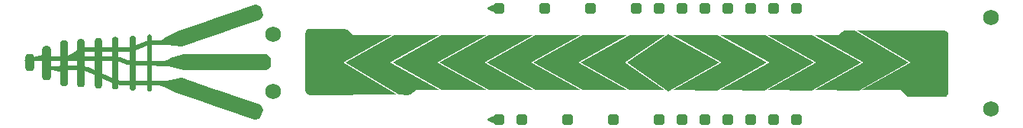
<source format=gbs>
G04 #@! TF.GenerationSoftware,KiCad,Pcbnew,8.0.6*
G04 #@! TF.CreationDate,2024-11-19T14:30:18-08:00*
G04 #@! TF.ProjectId,V5ProbeTop,56355072-6f62-4655-946f-702e6b696361,rev?*
G04 #@! TF.SameCoordinates,Original*
G04 #@! TF.FileFunction,Soldermask,Bot*
G04 #@! TF.FilePolarity,Negative*
%FSLAX46Y46*%
G04 Gerber Fmt 4.6, Leading zero omitted, Abs format (unit mm)*
G04 Created by KiCad (PCBNEW 8.0.6) date 2024-11-19 14:30:18*
%MOMM*%
%LPD*%
G01*
G04 APERTURE LIST*
G04 Aperture macros list*
%AMRoundRect*
0 Rectangle with rounded corners*
0 $1 Rounding radius*
0 $2 $3 $4 $5 $6 $7 $8 $9 X,Y pos of 4 corners*
0 Add a 4 corners polygon primitive as box body*
4,1,4,$2,$3,$4,$5,$6,$7,$8,$9,$2,$3,0*
0 Add four circle primitives for the rounded corners*
1,1,$1+$1,$2,$3*
1,1,$1+$1,$4,$5*
1,1,$1+$1,$6,$7*
1,1,$1+$1,$8,$9*
0 Add four rect primitives between the rounded corners*
20,1,$1+$1,$2,$3,$4,$5,0*
20,1,$1+$1,$4,$5,$6,$7,0*
20,1,$1+$1,$6,$7,$8,$9,0*
20,1,$1+$1,$8,$9,$2,$3,0*%
%AMFreePoly0*
4,1,41,0.303162,0.609487,0.378162,0.584487,0.382071,0.582071,0.580464,0.383677,0.993923,0.238032,0.996008,0.237012,1.173808,0.122712,1.174876,0.121920,1.276476,0.035578,1.279967,0.028767,1.280000,0.027958,1.280000,-0.021126,1.277071,-0.028197,1.276759,-0.028496,1.175159,-0.121670,1.173808,-0.122712,0.996008,-0.237012,0.993923,-0.238032,0.580464,-0.383677,0.382071,-0.582071,
0.378162,-0.584487,0.303162,-0.609487,0.300000,-0.610000,-0.300000,-0.610000,-0.303162,-0.609487,-0.378162,-0.584487,-0.382071,-0.582071,-0.582071,-0.382071,-0.584487,-0.378162,-0.609487,-0.303162,-0.610000,-0.300000,-0.610000,0.300000,-0.609487,0.303162,-0.584487,0.378162,-0.582071,0.382071,-0.382071,0.582071,-0.378162,0.584487,-0.303162,0.609487,-0.300000,0.610000,0.300000,0.610000,
0.303162,0.609487,0.303162,0.609487,$1*%
%AMFreePoly1*
4,1,33,0.303162,0.609487,0.378162,0.584487,0.382071,0.582071,0.582071,0.382071,0.584487,0.378162,0.609487,0.303162,0.610000,0.300000,0.610000,-0.300000,0.609487,-0.303162,0.584487,-0.378162,0.582071,-0.382071,0.382071,-0.582071,0.378162,-0.584487,0.303162,-0.609487,0.300000,-0.610000,-0.300000,-0.610000,-0.303162,-0.609487,-0.378162,-0.584487,-0.382071,-0.582071,-0.582071,-0.382071,
-0.584487,-0.378162,-0.609487,-0.303162,-0.610000,-0.300000,-0.610000,0.300000,-0.609487,0.303162,-0.584487,0.378162,-0.582071,0.382071,-0.382071,0.582071,-0.378162,0.584487,-0.303162,0.609487,-0.300000,0.610000,0.300000,0.610000,0.303162,0.609487,0.303162,0.609487,$1*%
G04 Aperture macros list end*
%ADD10C,0.000000*%
%ADD11C,0.300000*%
%ADD12C,0.500000*%
%ADD13C,0.200000*%
%ADD14C,0.250000*%
%ADD15FreePoly0,180.000000*%
%ADD16FreePoly1,180.000000*%
%ADD17C,0.100000*%
%ADD18C,1.750000*%
%ADD19RoundRect,0.350000X0.150000X-0.602500X0.150000X0.602500X-0.150000X0.602500X-0.150000X-0.602500X0*%
%ADD20RoundRect,0.332500X0.142500X-1.572500X0.142500X1.572500X-0.142500X1.572500X-0.142500X-1.572500X0*%
%ADD21RoundRect,0.315000X0.135000X-2.225000X0.135000X2.225000X-0.135000X2.225000X-0.135000X-2.225000X0*%
%ADD22RoundRect,0.297500X0.127500X-2.369500X0.127500X2.369500X-0.127500X2.369500X-0.127500X-2.369500X0*%
%ADD23RoundRect,0.273000X0.117000X-2.521000X0.117000X2.521000X-0.117000X2.521000X-0.117000X-2.521000X0*%
%ADD24RoundRect,0.252000X0.108000X-2.669000X0.108000X2.669000X-0.108000X2.669000X-0.108000X-2.669000X0*%
%ADD25RoundRect,0.210000X0.090000X-2.838000X0.090000X2.838000X-0.090000X2.838000X-0.090000X-2.838000X0*%
%ADD26RoundRect,0.157500X0.067500X-3.017500X0.067500X3.017500X-0.067500X3.017500X-0.067500X-3.017500X0*%
G04 APERTURE END LIST*
D10*
G36*
X166139263Y-82568478D02*
G01*
X172108263Y-86124478D01*
X166615263Y-89184478D01*
X161694263Y-89172478D01*
X167155263Y-86124478D01*
X161694263Y-83076478D01*
X164336600Y-83076478D01*
X164748104Y-82702108D01*
X164862033Y-82616822D01*
X164995374Y-82567088D01*
X165101657Y-82555661D01*
X166139263Y-82568478D01*
G37*
G36*
X156361000Y-86124478D02*
G01*
X150868000Y-89184478D01*
X145947000Y-89172478D01*
X151408000Y-86124478D01*
X145947000Y-83076478D01*
X148487000Y-83076478D01*
X150900000Y-83076478D01*
X156361000Y-86124478D01*
G37*
G36*
X107553353Y-88359295D02*
G01*
X108407715Y-87864606D01*
X108892927Y-87878063D01*
X107797572Y-88463245D01*
X109021888Y-89125461D01*
X108541511Y-89132421D01*
X107553353Y-88611280D01*
X106578091Y-89135670D01*
X106102551Y-89125461D01*
X107313165Y-88463245D01*
X106222645Y-87878063D01*
X106703022Y-87863678D01*
X107553353Y-88359295D01*
G37*
G36*
X176165260Y-82575915D02*
G01*
X176294714Y-82635034D01*
X176402269Y-82728231D01*
X176479210Y-82847953D01*
X176519305Y-82984504D01*
X176524394Y-83055661D01*
X176524394Y-89405661D01*
X176504140Y-89546527D01*
X176445021Y-89675981D01*
X176351824Y-89783536D01*
X176232102Y-89860477D01*
X176095551Y-89900572D01*
X176024394Y-89905661D01*
X172214394Y-89905661D01*
X172073528Y-89885407D01*
X171944074Y-89826288D01*
X171860841Y-89759214D01*
X171220000Y-89172478D01*
X166902000Y-89172478D01*
X172363000Y-86124478D01*
X166394000Y-82568478D01*
X176024394Y-82555661D01*
X176165260Y-82575915D01*
G37*
G36*
X140635489Y-86124478D02*
G01*
X145058000Y-89172478D01*
X141143489Y-89172478D01*
X135682489Y-86124478D01*
X141175489Y-83076478D01*
X145080489Y-83076478D01*
X140635489Y-86124478D01*
G37*
G36*
X166855282Y-86124478D02*
G01*
X161362282Y-89184478D01*
X156441282Y-89172478D01*
X161902282Y-86124478D01*
X156441282Y-83076478D01*
X158981282Y-83076478D01*
X161394282Y-83076478D01*
X166855282Y-86124478D01*
G37*
G36*
X125260211Y-83076478D02*
G01*
X119799211Y-86124478D01*
X125260211Y-89172478D01*
X122720211Y-89172478D01*
X120307211Y-89172478D01*
X114846211Y-86124478D01*
X120339211Y-83064478D01*
X125260211Y-83076478D01*
G37*
G36*
X130467211Y-83076478D02*
G01*
X125006211Y-86124478D01*
X130467211Y-89172478D01*
X127927211Y-89172478D01*
X125514211Y-89172478D01*
X120053211Y-86124478D01*
X125546211Y-83064478D01*
X130467211Y-83076478D01*
G37*
G36*
X161648282Y-86124478D02*
G01*
X156155282Y-89184478D01*
X151234282Y-89172478D01*
X156695282Y-86124478D01*
X151234282Y-83076478D01*
X153774282Y-83076478D01*
X156187282Y-83076478D01*
X161648282Y-86124478D01*
G37*
G36*
X140907923Y-83076478D02*
G01*
X135446923Y-86124478D01*
X140907923Y-89172478D01*
X138367923Y-89172478D01*
X135954923Y-89172478D01*
X130493923Y-86124478D01*
X135986923Y-83064478D01*
X140907923Y-83076478D01*
G37*
G36*
X109627965Y-82363549D02*
G01*
X109757419Y-82422668D01*
X109840652Y-82489742D01*
X110481493Y-83076478D01*
X114799493Y-83076478D01*
X109338493Y-86124478D01*
X115307493Y-89680478D01*
X105677099Y-89693295D01*
X105536233Y-89673041D01*
X105406779Y-89613922D01*
X105299224Y-89520725D01*
X105222283Y-89401003D01*
X105182188Y-89264452D01*
X105177099Y-89193295D01*
X105177099Y-82843295D01*
X105197353Y-82702429D01*
X105256472Y-82572975D01*
X105349669Y-82465420D01*
X105469391Y-82388479D01*
X105605942Y-82348384D01*
X105677099Y-82343295D01*
X109487099Y-82343295D01*
X109627965Y-82363549D01*
G37*
G36*
X120007230Y-83076478D02*
G01*
X114546230Y-86124478D01*
X120007230Y-89172478D01*
X117467230Y-89172478D01*
X116953389Y-89546848D01*
X116839460Y-89632134D01*
X116706119Y-89681868D01*
X116599836Y-89693295D01*
X115562230Y-89680478D01*
X109593230Y-86124478D01*
X115086230Y-83064478D01*
X120007230Y-83076478D01*
G37*
G36*
X135674211Y-83076478D02*
G01*
X130213211Y-86124478D01*
X135674211Y-89172478D01*
X133134211Y-89172478D01*
X130721211Y-89172478D01*
X125260211Y-86124478D01*
X130753211Y-83064478D01*
X135674211Y-83076478D01*
G37*
G36*
X151154000Y-86124478D02*
G01*
X145464400Y-89299478D01*
X140867000Y-86124478D01*
X145439000Y-82949478D01*
X151154000Y-86124478D01*
G37*
D11*
X91433538Y-84138892D02*
X89787600Y-83965478D01*
X89660600Y-83457478D01*
X90969957Y-82792556D01*
X91433538Y-84138892D01*
G36*
X91433538Y-84138892D02*
G01*
X89787600Y-83965478D01*
X89660600Y-83457478D01*
X90969957Y-82792556D01*
X91433538Y-84138892D01*
G37*
X91674863Y-86781013D02*
X89990800Y-86327678D01*
X90219400Y-85768878D01*
X91674863Y-85357100D01*
X91674863Y-86781013D01*
G36*
X91674863Y-86781013D02*
G01*
X89990800Y-86327678D01*
X90219400Y-85768878D01*
X91674863Y-85357100D01*
X91674863Y-86781013D01*
G37*
X90936477Y-89318376D02*
X89813000Y-88766078D01*
X89813000Y-88258078D01*
X91400057Y-87972039D01*
X90936477Y-89318376D01*
G36*
X90936477Y-89318376D02*
G01*
X89813000Y-88766078D01*
X89813000Y-88258078D01*
X91400057Y-87972039D01*
X90936477Y-89318376D01*
G37*
G04 #@! TO.C,REF\u002A\u002A*
X100045864Y-90949175D02*
X100295920Y-91338954D01*
X100001696Y-92169691D01*
X99582283Y-92295511D01*
X94827573Y-90656733D01*
X95290662Y-89311828D01*
X100045864Y-90949175D01*
G36*
X100045864Y-90949175D02*
G01*
X100295920Y-91338954D01*
X100001696Y-92169691D01*
X99582283Y-92295511D01*
X94827573Y-90656733D01*
X95290662Y-89311828D01*
X100045864Y-90949175D01*
G37*
X96155259Y-89609387D02*
X95692171Y-90954292D01*
X90936477Y-89318376D01*
X90683437Y-88961011D01*
X90963038Y-88125239D01*
X91400057Y-87972039D01*
X96155259Y-89609387D01*
G36*
X96155259Y-89609387D02*
G01*
X95692171Y-90954292D01*
X90936477Y-89318376D01*
X90683437Y-88961011D01*
X90963038Y-88125239D01*
X91400057Y-87972039D01*
X96155259Y-89609387D01*
G37*
X100052873Y-79968881D02*
X100332473Y-80804653D01*
X100079434Y-81162017D01*
X95323739Y-82797934D01*
X94860651Y-81453028D01*
X99615853Y-79815681D01*
X100052873Y-79968881D01*
G36*
X100052873Y-79968881D02*
G01*
X100332473Y-80804653D01*
X100079434Y-81162017D01*
X95323739Y-82797934D01*
X94860651Y-81453028D01*
X99615853Y-79815681D01*
X100052873Y-79968881D01*
G37*
X96188247Y-82500114D02*
X91433538Y-84138892D01*
X91014125Y-84013072D01*
X90719900Y-83182335D01*
X90969957Y-82792556D01*
X95725159Y-81155208D01*
X96188247Y-82500114D01*
G36*
X96188247Y-82500114D02*
G01*
X91433538Y-84138892D01*
X91014125Y-84013072D01*
X90719900Y-83182335D01*
X90969957Y-82792556D01*
X95725159Y-81155208D01*
X96188247Y-82500114D01*
G37*
X96704063Y-86779500D02*
X91674863Y-86781013D01*
X91319263Y-86525500D01*
X91311530Y-85644233D01*
X91674863Y-85357100D01*
X96704063Y-85357100D01*
X96704063Y-86779500D01*
G36*
X96704063Y-86779500D02*
G01*
X91674863Y-86781013D01*
X91319263Y-86525500D01*
X91311530Y-85644233D01*
X91674863Y-85357100D01*
X96704063Y-85357100D01*
X96704063Y-86779500D01*
G37*
X101182227Y-85644371D02*
X101174494Y-86525638D01*
X100818894Y-86781151D01*
X95789694Y-86779638D01*
X95789694Y-85357238D01*
X100818894Y-85357238D01*
X101182227Y-85644371D01*
G36*
X101182227Y-85644371D02*
G01*
X101174494Y-86525638D01*
X100818894Y-86781151D01*
X95789694Y-86779638D01*
X95789694Y-85357238D01*
X100818894Y-85357238D01*
X101182227Y-85644371D01*
G37*
D12*
X79670643Y-85653159D02*
X84166443Y-85653159D01*
X80280243Y-85653159D02*
X76647594Y-85663861D01*
X80331043Y-84764159D02*
X79213443Y-85424559D01*
X80356443Y-86719959D02*
X77968843Y-86719959D01*
X83963243Y-88218559D02*
X81194643Y-86897759D01*
X84598243Y-85754759D02*
X85436443Y-86084959D01*
X85741243Y-84637159D02*
X80762843Y-84637159D01*
X86071443Y-86211959D02*
X89830643Y-86211959D01*
X87570043Y-84002159D02*
X86096843Y-84586359D01*
X88103443Y-83875159D02*
X89576643Y-83875159D01*
X89449643Y-88370959D02*
X84674443Y-88370959D01*
X79213443Y-85424559D02*
G75*
G02*
X78603843Y-85653159I-890249J1446898D01*
G01*
X80331043Y-84764159D02*
G75*
G02*
X80762843Y-84637160I428751J-660202D01*
G01*
X80356443Y-86719959D02*
G75*
G02*
X81194643Y-86897757I60851J-1777802D01*
G01*
X84166443Y-85653159D02*
G75*
G02*
X84598240Y-85754763I-45149J-1160202D01*
G01*
X84674443Y-88370959D02*
G75*
G02*
X83963238Y-88218568I-72549J1397198D01*
G01*
X86071443Y-86211959D02*
G75*
G02*
X85436448Y-86084948I-9249J1604598D01*
G01*
X86096843Y-84586359D02*
G75*
G02*
X85741243Y-84637152I-328049J1026498D01*
G01*
X87570043Y-84002159D02*
G75*
G02*
X88103443Y-83875158I535751J-1066502D01*
G01*
D13*
X77003194Y-85816261D02*
X74082194Y-85816261D01*
X76368194Y-85206661D01*
X77003194Y-85816261D01*
G36*
X77003194Y-85816261D02*
G01*
X74082194Y-85816261D01*
X76368194Y-85206661D01*
X77003194Y-85816261D01*
G37*
X78476394Y-87187861D02*
X76190394Y-86578261D01*
X79111394Y-86578261D01*
X78476394Y-87187861D01*
G36*
X78476394Y-87187861D02*
G01*
X76190394Y-86578261D01*
X79111394Y-86578261D01*
X78476394Y-87187861D01*
G37*
D14*
X89880994Y-88813461D02*
X88382394Y-88254661D01*
X90033394Y-88229261D01*
X89880994Y-88813461D01*
G36*
X89880994Y-88813461D02*
G01*
X88382394Y-88254661D01*
X90033394Y-88229261D01*
X89880994Y-88813461D01*
G37*
X90034603Y-84012861D02*
X88534794Y-83987461D01*
X89831403Y-83350981D01*
X90034603Y-84012861D01*
G36*
X90034603Y-84012861D02*
G01*
X88534794Y-83987461D01*
X89831403Y-83350981D01*
X90034603Y-84012861D01*
G37*
X90211194Y-86368789D02*
X88636394Y-86324261D01*
X90211194Y-85740061D01*
X90211194Y-86368789D01*
G36*
X90211194Y-86368789D02*
G01*
X88636394Y-86324261D01*
X90211194Y-85740061D01*
X90211194Y-86368789D01*
G37*
G04 #@! TD*
D15*
G04 #@! TO.C,J1*
X126643000Y-92423678D03*
D16*
X159663000Y-92423678D03*
X157123000Y-92423678D03*
X154583000Y-92423678D03*
X152043000Y-92423678D03*
X149503000Y-92423678D03*
X146963000Y-92423678D03*
X144423000Y-92423678D03*
X139343000Y-92423678D03*
X134263000Y-92423678D03*
X129183000Y-92423678D03*
G04 #@! TD*
D15*
G04 #@! TO.C,J2*
X126643000Y-80079278D03*
D16*
X159663000Y-80079278D03*
X157123000Y-80079278D03*
X154583000Y-80079278D03*
X152043000Y-80079278D03*
X149503000Y-80079278D03*
X146963000Y-80079278D03*
X144423000Y-80079278D03*
X141883000Y-80079278D03*
X136803000Y-80079278D03*
X131723000Y-80079278D03*
G04 #@! TD*
D17*
G04 #@! TO.C,TP28*
X87908000Y-83076478D03*
G04 #@! TD*
G04 #@! TO.C,TP27*
X167791000Y-82822478D03*
G04 #@! TD*
G04 #@! TO.C,TP26*
X162838000Y-83330478D03*
G04 #@! TD*
G04 #@! TO.C,TP25*
X157758000Y-88918478D03*
G04 #@! TD*
G04 #@! TO.C,TP24*
X152551000Y-83330478D03*
G04 #@! TD*
G04 #@! TO.C,TP23*
X147217000Y-83330478D03*
G04 #@! TD*
G04 #@! TO.C,TP22*
X145439000Y-83584478D03*
G04 #@! TD*
G04 #@! TO.C,TP21*
X144296000Y-83330478D03*
G04 #@! TD*
G04 #@! TO.C,TP20*
X139724000Y-83330478D03*
G04 #@! TD*
G04 #@! TO.C,TP19*
X134517000Y-83330478D03*
G04 #@! TD*
G04 #@! TO.C,TP18*
X129437000Y-83330478D03*
G04 #@! TD*
G04 #@! TO.C,TP17*
X124230000Y-83330478D03*
G04 #@! TD*
G04 #@! TO.C,TP16*
X118769000Y-83330478D03*
G04 #@! TD*
G04 #@! TO.C,TP15*
X113689000Y-83330478D03*
G04 #@! TD*
G04 #@! TO.C,TP14*
X87908000Y-89045478D03*
G04 #@! TD*
G04 #@! TO.C,TP1*
X114197000Y-89426478D03*
G04 #@! TD*
G04 #@! TO.C,TP2*
X118769000Y-88918478D03*
G04 #@! TD*
G04 #@! TO.C,TP3*
X124230000Y-88918478D03*
G04 #@! TD*
G04 #@! TO.C,TP4*
X129437000Y-88918478D03*
G04 #@! TD*
G04 #@! TO.C,TP5*
X134517000Y-88918478D03*
G04 #@! TD*
G04 #@! TO.C,TP6*
X139724000Y-88918478D03*
G04 #@! TD*
G04 #@! TO.C,TP8*
X145439000Y-88791478D03*
G04 #@! TD*
G04 #@! TO.C,TP9*
X147217000Y-88918478D03*
G04 #@! TD*
G04 #@! TO.C,TP10*
X152551000Y-88918478D03*
G04 #@! TD*
G04 #@! TO.C,TP11*
X157758000Y-83330478D03*
G04 #@! TD*
G04 #@! TO.C,TP12*
X162838000Y-88918478D03*
G04 #@! TD*
G04 #@! TO.C,TP13*
X167918000Y-88918478D03*
G04 #@! TD*
D18*
G04 #@! TO.C,REF\u002A\u002A*
X101615794Y-82971461D03*
G04 #@! TD*
G04 #@! TO.C,REF\u002A\u002A*
X181248794Y-81066461D03*
G04 #@! TD*
G04 #@! TO.C,REF\u002A\u002A*
X101615794Y-89321461D03*
G04 #@! TD*
D19*
G04 #@! TO.C,REF\u002A\u002A*
X74564794Y-86082961D03*
D20*
X76469794Y-86146461D03*
D21*
X78378794Y-86146461D03*
D22*
X80283794Y-86146461D03*
D23*
X82184794Y-86146461D03*
D24*
X84093794Y-86146461D03*
D25*
X85994794Y-86146461D03*
D26*
X87899794Y-86146461D03*
G04 #@! TD*
D18*
G04 #@! TO.C,REF\u002A\u002A*
X181248794Y-91226461D03*
G04 #@! TD*
D17*
G04 #@! TO.C,TP7*
X144296000Y-89045478D03*
G04 #@! TD*
M02*

</source>
